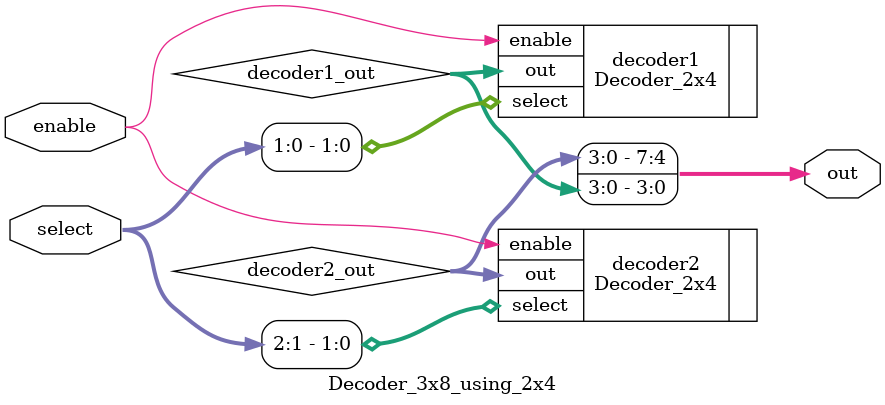
<source format=v>
module Decoder_3x8_using_2x4 ( select, enable, out);

input wire[2:0] select;
input wire enable;
output wire[7:0] out;

wire [3:0] decoder1_out;
wire [3:0] decoder2_out;

Decoder_2x4 decoder1 (
    .select(select[1:0]),
    .enable(enable),
    .out(decoder1_out)
);

Decoder_2x4 decoder2 (
    .select(select[2:1]),
    .enable(enable),
    .out(decoder2_out)
);

assign out = {decoder2_out, decoder1_out};

endmodule


</source>
